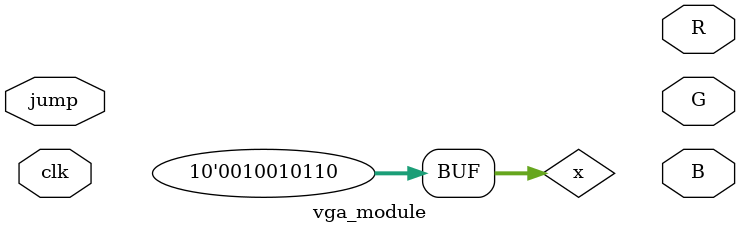
<source format=sv>
module vga_module(input clk, input jump,
						output [2:0] G, B, R);
						
  logic blank, vgaclk, reset;
  logic [9:0] x = 150, y = 100;
  
  always @(posedge clk) begin
		if(jump) begin
		  y <= y + 150;
		end
		else 
		  y <= y - 150;
  end
 endmodule
//vga (clk, reset, vgaclk, hsync, vsync, sync, blank, R, G, B);  // to video DAC endmodule

</source>
